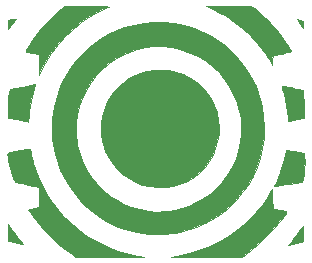
<source format=gbr>
G04 #@! TF.GenerationSoftware,KiCad,Pcbnew,5.1.5+dfsg1-2build2*
G04 #@! TF.CreationDate,2021-05-24T09:01:55+02:00*
G04 #@! TF.ProjectId,gopher-pin-v3-drawing,676f7068-6572-42d7-9069-6e2d76332d64,rev?*
G04 #@! TF.SameCoordinates,Original*
G04 #@! TF.FileFunction,Copper,L2,Bot*
G04 #@! TF.FilePolarity,Positive*
%FSLAX46Y46*%
G04 Gerber Fmt 4.6, Leading zero omitted, Abs format (unit mm)*
G04 Created by KiCad (PCBNEW 5.1.5+dfsg1-2build2) date 2021-05-24 09:01:55*
%MOMM*%
%LPD*%
G04 APERTURE LIST*
%ADD10C,0.010000*%
G04 APERTURE END LIST*
D10*
G36*
X-47332878Y36934398D02*
G01*
X-47328666Y36922942D01*
X-47317125Y36822283D01*
X-47285302Y36657326D01*
X-47237401Y36444824D01*
X-47177625Y36201528D01*
X-47110177Y35944191D01*
X-47039262Y35689563D01*
X-46969081Y35454398D01*
X-46928263Y35327166D01*
X-46586447Y34428997D01*
X-46173487Y33573551D01*
X-45693073Y32763949D01*
X-45148896Y32003311D01*
X-44544645Y31294758D01*
X-43884010Y30641409D01*
X-43170682Y30046386D01*
X-42408350Y29512809D01*
X-41600704Y29043797D01*
X-40751434Y28642472D01*
X-39864231Y28311954D01*
X-38942783Y28055363D01*
X-38144381Y27899142D01*
X-37655500Y27821511D01*
X-40579205Y27817255D01*
X-43502909Y27813000D01*
X-43796538Y28009565D01*
X-44534259Y28548713D01*
X-45248163Y29159934D01*
X-45926471Y29831494D01*
X-46557404Y30551660D01*
X-47129181Y31308698D01*
X-47175013Y31374860D01*
X-47285012Y31536363D01*
X-47374777Y31671167D01*
X-47434813Y31764806D01*
X-47455666Y31802537D01*
X-47416772Y31817463D01*
X-47311509Y31842602D01*
X-47157007Y31874155D01*
X-47011167Y31901158D01*
X-46566667Y31980128D01*
X-46566667Y33727373D01*
X-47508583Y33909065D01*
X-47785285Y33963134D01*
X-48038133Y34013849D01*
X-48253847Y34058444D01*
X-48419148Y34094149D01*
X-48520755Y34118196D01*
X-48542689Y34124667D01*
X-48585671Y34154557D01*
X-48630028Y34219549D01*
X-48681058Y34331250D01*
X-48744057Y34501266D01*
X-48824323Y34741202D01*
X-48824866Y34742872D01*
X-48917513Y35042234D01*
X-49004966Y35351632D01*
X-49083456Y35655191D01*
X-49149214Y35937034D01*
X-49198470Y36181287D01*
X-49227456Y36372074D01*
X-49233667Y36464680D01*
X-49231088Y36565224D01*
X-49224722Y36617548D01*
X-49223083Y36619597D01*
X-49180335Y36627626D01*
X-49066323Y36649436D01*
X-48892913Y36682749D01*
X-48671970Y36725281D01*
X-48415358Y36774753D01*
X-48270583Y36802692D01*
X-47959442Y36861874D01*
X-47722177Y36904640D01*
X-47549838Y36932133D01*
X-47433475Y36945495D01*
X-47364139Y36945869D01*
X-47332878Y36934398D01*
G37*
X-47332878Y36934398D02*
X-47328666Y36922942D01*
X-47317125Y36822283D01*
X-47285302Y36657326D01*
X-47237401Y36444824D01*
X-47177625Y36201528D01*
X-47110177Y35944191D01*
X-47039262Y35689563D01*
X-46969081Y35454398D01*
X-46928263Y35327166D01*
X-46586447Y34428997D01*
X-46173487Y33573551D01*
X-45693073Y32763949D01*
X-45148896Y32003311D01*
X-44544645Y31294758D01*
X-43884010Y30641409D01*
X-43170682Y30046386D01*
X-42408350Y29512809D01*
X-41600704Y29043797D01*
X-40751434Y28642472D01*
X-39864231Y28311954D01*
X-38942783Y28055363D01*
X-38144381Y27899142D01*
X-37655500Y27821511D01*
X-40579205Y27817255D01*
X-43502909Y27813000D01*
X-43796538Y28009565D01*
X-44534259Y28548713D01*
X-45248163Y29159934D01*
X-45926471Y29831494D01*
X-46557404Y30551660D01*
X-47129181Y31308698D01*
X-47175013Y31374860D01*
X-47285012Y31536363D01*
X-47374777Y31671167D01*
X-47434813Y31764806D01*
X-47455666Y31802537D01*
X-47416772Y31817463D01*
X-47311509Y31842602D01*
X-47157007Y31874155D01*
X-47011167Y31901158D01*
X-46566667Y31980128D01*
X-46566667Y33727373D01*
X-47508583Y33909065D01*
X-47785285Y33963134D01*
X-48038133Y34013849D01*
X-48253847Y34058444D01*
X-48419148Y34094149D01*
X-48520755Y34118196D01*
X-48542689Y34124667D01*
X-48585671Y34154557D01*
X-48630028Y34219549D01*
X-48681058Y34331250D01*
X-48744057Y34501266D01*
X-48824323Y34741202D01*
X-48824866Y34742872D01*
X-48917513Y35042234D01*
X-49004966Y35351632D01*
X-49083456Y35655191D01*
X-49149214Y35937034D01*
X-49198470Y36181287D01*
X-49227456Y36372074D01*
X-49233667Y36464680D01*
X-49231088Y36565224D01*
X-49224722Y36617548D01*
X-49223083Y36619597D01*
X-49180335Y36627626D01*
X-49066323Y36649436D01*
X-48892913Y36682749D01*
X-48671970Y36725281D01*
X-48415358Y36774753D01*
X-48270583Y36802692D01*
X-47959442Y36861874D01*
X-47722177Y36904640D01*
X-47549838Y36932133D01*
X-47433475Y36945495D01*
X-47364139Y36945869D01*
X-47332878Y36934398D01*
G36*
X-26797000Y32711624D02*
G01*
X-26796769Y32426797D01*
X-26795237Y32215341D01*
X-26791143Y32065961D01*
X-26783228Y31967360D01*
X-26770230Y31908244D01*
X-26750890Y31877317D01*
X-26723948Y31863282D01*
X-26701750Y31857866D01*
X-26621917Y31843477D01*
X-26479995Y31820681D01*
X-26297732Y31792891D01*
X-26140833Y31769840D01*
X-25947544Y31741047D01*
X-25782864Y31714907D01*
X-25666373Y31694627D01*
X-25620513Y31684609D01*
X-25612238Y31643492D01*
X-25658437Y31542263D01*
X-25759850Y31379361D01*
X-25778099Y31352132D01*
X-26228754Y30737224D01*
X-26747973Y30121873D01*
X-27321028Y29520850D01*
X-27933195Y28948923D01*
X-28569746Y28420859D01*
X-29067387Y28053333D01*
X-29411608Y27813000D01*
X-35369500Y27820508D01*
X-34861500Y27897750D01*
X-33907285Y28084508D01*
X-32983639Y28350056D01*
X-32090026Y28694627D01*
X-31225908Y29118452D01*
X-30390749Y29621762D01*
X-29675666Y30133438D01*
X-29261697Y30479107D01*
X-28831978Y30886108D01*
X-28401850Y31337020D01*
X-27986653Y31814423D01*
X-27601728Y32300896D01*
X-27262416Y32779020D01*
X-27052890Y33111827D01*
X-26797000Y33544634D01*
X-26797000Y32711624D01*
G37*
X-26797000Y32711624D02*
X-26796769Y32426797D01*
X-26795237Y32215341D01*
X-26791143Y32065961D01*
X-26783228Y31967360D01*
X-26770230Y31908244D01*
X-26750890Y31877317D01*
X-26723948Y31863282D01*
X-26701750Y31857866D01*
X-26621917Y31843477D01*
X-26479995Y31820681D01*
X-26297732Y31792891D01*
X-26140833Y31769840D01*
X-25947544Y31741047D01*
X-25782864Y31714907D01*
X-25666373Y31694627D01*
X-25620513Y31684609D01*
X-25612238Y31643492D01*
X-25658437Y31542263D01*
X-25759850Y31379361D01*
X-25778099Y31352132D01*
X-26228754Y30737224D01*
X-26747973Y30121873D01*
X-27321028Y29520850D01*
X-27933195Y28948923D01*
X-28569746Y28420859D01*
X-29067387Y28053333D01*
X-29411608Y27813000D01*
X-35369500Y27820508D01*
X-34861500Y27897750D01*
X-33907285Y28084508D01*
X-32983639Y28350056D01*
X-32090026Y28694627D01*
X-31225908Y29118452D01*
X-30390749Y29621762D01*
X-29675666Y30133438D01*
X-29261697Y30479107D01*
X-28831978Y30886108D01*
X-28401850Y31337020D01*
X-27986653Y31814423D01*
X-27601728Y32300896D01*
X-27262416Y32779020D01*
X-27052890Y33111827D01*
X-26797000Y33544634D01*
X-26797000Y32711624D01*
G36*
X-24181782Y29796966D02*
G01*
X-24178916Y29572975D01*
X-24178781Y29380506D01*
X-24181204Y29234704D01*
X-24186014Y29150714D01*
X-24189311Y29136578D01*
X-24234960Y29120133D01*
X-24348249Y29087405D01*
X-24514616Y29042377D01*
X-24719496Y28989035D01*
X-24844175Y28957382D01*
X-25479793Y28797432D01*
X-25180836Y29141299D01*
X-25035203Y29315353D01*
X-24863350Y29530808D01*
X-24687343Y29759521D01*
X-24537690Y29961637D01*
X-24193500Y30438108D01*
X-24181782Y29796966D01*
G37*
X-24181782Y29796966D02*
X-24178916Y29572975D01*
X-24178781Y29380506D01*
X-24181204Y29234704D01*
X-24186014Y29150714D01*
X-24189311Y29136578D01*
X-24234960Y29120133D01*
X-24348249Y29087405D01*
X-24514616Y29042377D01*
X-24719496Y28989035D01*
X-24844175Y28957382D01*
X-25479793Y28797432D01*
X-25180836Y29141299D01*
X-25035203Y29315353D01*
X-24863350Y29530808D01*
X-24687343Y29759521D01*
X-24537690Y29961637D01*
X-24193500Y30438108D01*
X-24181782Y29796966D01*
G36*
X-48863250Y30106574D02*
G01*
X-48702499Y29884384D01*
X-48519098Y29642689D01*
X-48337583Y29413274D01*
X-48205577Y29254540D01*
X-48083253Y29107858D01*
X-47990644Y28988028D01*
X-47936452Y28906996D01*
X-47929374Y28876705D01*
X-47930410Y28876736D01*
X-47989351Y28887198D01*
X-48114896Y28912348D01*
X-48290921Y28948866D01*
X-48501301Y28993432D01*
X-48598666Y29014319D01*
X-49212500Y29146500D01*
X-49210576Y29326416D01*
X-49209131Y29439499D01*
X-49206632Y29613287D01*
X-49203433Y29823830D01*
X-49199992Y30040867D01*
X-49191333Y30575400D01*
X-48863250Y30106574D01*
G37*
X-48863250Y30106574D02*
X-48702499Y29884384D01*
X-48519098Y29642689D01*
X-48337583Y29413274D01*
X-48205577Y29254540D01*
X-48083253Y29107858D01*
X-47990644Y28988028D01*
X-47936452Y28906996D01*
X-47929374Y28876705D01*
X-47930410Y28876736D01*
X-47989351Y28887198D01*
X-48114896Y28912348D01*
X-48290921Y28948866D01*
X-48501301Y28993432D01*
X-48598666Y29014319D01*
X-49212500Y29146500D01*
X-49210576Y29326416D01*
X-49209131Y29439499D01*
X-49206632Y29613287D01*
X-49203433Y29823830D01*
X-49199992Y30040867D01*
X-49191333Y30575400D01*
X-48863250Y30106574D01*
G36*
X-35956654Y47677444D02*
G01*
X-35109541Y47586491D01*
X-34273863Y47414532D01*
X-33454837Y47161925D01*
X-32657679Y46829030D01*
X-32501686Y46753026D01*
X-31874270Y46412172D01*
X-31301915Y46040123D01*
X-30761695Y45620366D01*
X-30230683Y45136386D01*
X-30158141Y45064918D01*
X-29565988Y44418465D01*
X-29045936Y43728815D01*
X-28599390Y42999363D01*
X-28227756Y42233503D01*
X-27932441Y41434631D01*
X-27714851Y40606139D01*
X-27576390Y39751424D01*
X-27518467Y38873878D01*
X-27516666Y38687576D01*
X-27557508Y37825696D01*
X-27677770Y36985428D01*
X-27874065Y36170762D01*
X-28143000Y35385686D01*
X-28481185Y34634191D01*
X-28885231Y33920264D01*
X-29351746Y33247895D01*
X-29877340Y32621075D01*
X-30458622Y32043791D01*
X-31092202Y31520033D01*
X-31774690Y31053791D01*
X-32502695Y30649053D01*
X-33272827Y30309809D01*
X-34081694Y30040048D01*
X-34925908Y29843760D01*
X-35052000Y29821473D01*
X-35214134Y29800882D01*
X-35439644Y29781775D01*
X-35710753Y29764756D01*
X-36009687Y29750425D01*
X-36318668Y29739385D01*
X-36619922Y29732239D01*
X-36895673Y29729589D01*
X-37128145Y29732036D01*
X-37299563Y29740184D01*
X-37338000Y29744019D01*
X-38226808Y29885570D01*
X-39062634Y30090252D01*
X-39851723Y30360693D01*
X-40600322Y30699523D01*
X-41314678Y31109371D01*
X-42001035Y31592866D01*
X-42298980Y31832290D01*
X-42908807Y32395392D01*
X-43466393Y33020232D01*
X-43966161Y33697902D01*
X-44402532Y34419493D01*
X-44769928Y35176096D01*
X-45062771Y35958803D01*
X-45212549Y36485564D01*
X-45315152Y36932773D01*
X-45389309Y37345387D01*
X-45438414Y37752214D01*
X-45465863Y38182063D01*
X-45474793Y38650333D01*
X-43411518Y38650333D01*
X-43411012Y38324224D01*
X-43407736Y38066251D01*
X-43400569Y37859902D01*
X-43388387Y37688661D01*
X-43370069Y37536016D01*
X-43344493Y37385453D01*
X-43316120Y37246362D01*
X-43111772Y36485225D01*
X-42834802Y35764311D01*
X-42488018Y35087207D01*
X-42074228Y34457499D01*
X-41596239Y33878774D01*
X-41056859Y33354620D01*
X-40458895Y32888624D01*
X-39805156Y32484373D01*
X-39444475Y32299933D01*
X-38765037Y32020057D01*
X-38056395Y31812362D01*
X-37330912Y31678903D01*
X-36600954Y31621738D01*
X-35878886Y31642924D01*
X-35643556Y31667571D01*
X-35011980Y31770311D01*
X-34425498Y31919449D01*
X-33853229Y32124017D01*
X-33413309Y32319958D01*
X-32746508Y32685927D01*
X-32129485Y33117687D01*
X-31566175Y33609897D01*
X-31060511Y34157214D01*
X-30616426Y34754297D01*
X-30237853Y35395802D01*
X-29928727Y36076388D01*
X-29692981Y36790713D01*
X-29534547Y37533434D01*
X-29524146Y37601959D01*
X-29480939Y38019519D01*
X-29464025Y38481606D01*
X-29472471Y38961035D01*
X-29505344Y39430621D01*
X-29561713Y39863181D01*
X-29610175Y40110153D01*
X-29823244Y40858229D01*
X-30107853Y41567130D01*
X-30460093Y42232766D01*
X-30876053Y42851047D01*
X-31351824Y43417884D01*
X-31883494Y43929187D01*
X-32467154Y44380866D01*
X-33098894Y44768830D01*
X-33774803Y45088990D01*
X-34490970Y45337257D01*
X-34649169Y45380677D01*
X-35398685Y45539506D01*
X-36131322Y45617199D01*
X-36855265Y45613494D01*
X-37578697Y45528129D01*
X-38309803Y45360840D01*
X-38664777Y45251726D01*
X-39378291Y44971532D01*
X-40046895Y44621352D01*
X-40667139Y44205020D01*
X-41235571Y43726369D01*
X-41748742Y43189235D01*
X-42203199Y42597452D01*
X-42595494Y41954854D01*
X-42922174Y41265276D01*
X-43179789Y40532553D01*
X-43291192Y40110833D01*
X-43330334Y39938829D01*
X-43359857Y39790848D01*
X-43381130Y39650262D01*
X-43395523Y39500445D01*
X-43404407Y39324770D01*
X-43409150Y39106608D01*
X-43411124Y38829334D01*
X-43411518Y38650333D01*
X-45474793Y38650333D01*
X-45475049Y38663744D01*
X-45475095Y38713833D01*
X-45457963Y39357888D01*
X-45404176Y39950785D01*
X-45309272Y40519672D01*
X-45168786Y41091700D01*
X-44991361Y41656000D01*
X-44677667Y42441740D01*
X-44290301Y43190969D01*
X-43834079Y43898928D01*
X-43313815Y44560864D01*
X-42734323Y45172018D01*
X-42100417Y45727635D01*
X-41416913Y46222958D01*
X-40688625Y46653232D01*
X-39920367Y47013700D01*
X-39355139Y47224029D01*
X-38514445Y47460684D01*
X-37664323Y47614899D01*
X-36809987Y47687033D01*
X-35956654Y47677444D01*
G37*
X-35956654Y47677444D02*
X-35109541Y47586491D01*
X-34273863Y47414532D01*
X-33454837Y47161925D01*
X-32657679Y46829030D01*
X-32501686Y46753026D01*
X-31874270Y46412172D01*
X-31301915Y46040123D01*
X-30761695Y45620366D01*
X-30230683Y45136386D01*
X-30158141Y45064918D01*
X-29565988Y44418465D01*
X-29045936Y43728815D01*
X-28599390Y42999363D01*
X-28227756Y42233503D01*
X-27932441Y41434631D01*
X-27714851Y40606139D01*
X-27576390Y39751424D01*
X-27518467Y38873878D01*
X-27516666Y38687576D01*
X-27557508Y37825696D01*
X-27677770Y36985428D01*
X-27874065Y36170762D01*
X-28143000Y35385686D01*
X-28481185Y34634191D01*
X-28885231Y33920264D01*
X-29351746Y33247895D01*
X-29877340Y32621075D01*
X-30458622Y32043791D01*
X-31092202Y31520033D01*
X-31774690Y31053791D01*
X-32502695Y30649053D01*
X-33272827Y30309809D01*
X-34081694Y30040048D01*
X-34925908Y29843760D01*
X-35052000Y29821473D01*
X-35214134Y29800882D01*
X-35439644Y29781775D01*
X-35710753Y29764756D01*
X-36009687Y29750425D01*
X-36318668Y29739385D01*
X-36619922Y29732239D01*
X-36895673Y29729589D01*
X-37128145Y29732036D01*
X-37299563Y29740184D01*
X-37338000Y29744019D01*
X-38226808Y29885570D01*
X-39062634Y30090252D01*
X-39851723Y30360693D01*
X-40600322Y30699523D01*
X-41314678Y31109371D01*
X-42001035Y31592866D01*
X-42298980Y31832290D01*
X-42908807Y32395392D01*
X-43466393Y33020232D01*
X-43966161Y33697902D01*
X-44402532Y34419493D01*
X-44769928Y35176096D01*
X-45062771Y35958803D01*
X-45212549Y36485564D01*
X-45315152Y36932773D01*
X-45389309Y37345387D01*
X-45438414Y37752214D01*
X-45465863Y38182063D01*
X-45474793Y38650333D01*
X-43411518Y38650333D01*
X-43411012Y38324224D01*
X-43407736Y38066251D01*
X-43400569Y37859902D01*
X-43388387Y37688661D01*
X-43370069Y37536016D01*
X-43344493Y37385453D01*
X-43316120Y37246362D01*
X-43111772Y36485225D01*
X-42834802Y35764311D01*
X-42488018Y35087207D01*
X-42074228Y34457499D01*
X-41596239Y33878774D01*
X-41056859Y33354620D01*
X-40458895Y32888624D01*
X-39805156Y32484373D01*
X-39444475Y32299933D01*
X-38765037Y32020057D01*
X-38056395Y31812362D01*
X-37330912Y31678903D01*
X-36600954Y31621738D01*
X-35878886Y31642924D01*
X-35643556Y31667571D01*
X-35011980Y31770311D01*
X-34425498Y31919449D01*
X-33853229Y32124017D01*
X-33413309Y32319958D01*
X-32746508Y32685927D01*
X-32129485Y33117687D01*
X-31566175Y33609897D01*
X-31060511Y34157214D01*
X-30616426Y34754297D01*
X-30237853Y35395802D01*
X-29928727Y36076388D01*
X-29692981Y36790713D01*
X-29534547Y37533434D01*
X-29524146Y37601959D01*
X-29480939Y38019519D01*
X-29464025Y38481606D01*
X-29472471Y38961035D01*
X-29505344Y39430621D01*
X-29561713Y39863181D01*
X-29610175Y40110153D01*
X-29823244Y40858229D01*
X-30107853Y41567130D01*
X-30460093Y42232766D01*
X-30876053Y42851047D01*
X-31351824Y43417884D01*
X-31883494Y43929187D01*
X-32467154Y44380866D01*
X-33098894Y44768830D01*
X-33774803Y45088990D01*
X-34490970Y45337257D01*
X-34649169Y45380677D01*
X-35398685Y45539506D01*
X-36131322Y45617199D01*
X-36855265Y45613494D01*
X-37578697Y45528129D01*
X-38309803Y45360840D01*
X-38664777Y45251726D01*
X-39378291Y44971532D01*
X-40046895Y44621352D01*
X-40667139Y44205020D01*
X-41235571Y43726369D01*
X-41748742Y43189235D01*
X-42203199Y42597452D01*
X-42595494Y41954854D01*
X-42922174Y41265276D01*
X-43179789Y40532553D01*
X-43291192Y40110833D01*
X-43330334Y39938829D01*
X-43359857Y39790848D01*
X-43381130Y39650262D01*
X-43395523Y39500445D01*
X-43404407Y39324770D01*
X-43409150Y39106608D01*
X-43411124Y38829334D01*
X-43411518Y38650333D01*
X-45474793Y38650333D01*
X-45475049Y38663744D01*
X-45475095Y38713833D01*
X-45457963Y39357888D01*
X-45404176Y39950785D01*
X-45309272Y40519672D01*
X-45168786Y41091700D01*
X-44991361Y41656000D01*
X-44677667Y42441740D01*
X-44290301Y43190969D01*
X-43834079Y43898928D01*
X-43313815Y44560864D01*
X-42734323Y45172018D01*
X-42100417Y45727635D01*
X-41416913Y46222958D01*
X-40688625Y46653232D01*
X-39920367Y47013700D01*
X-39355139Y47224029D01*
X-38514445Y47460684D01*
X-37664323Y47614899D01*
X-36809987Y47687033D01*
X-35956654Y47677444D01*
G36*
X-25584580Y36824946D02*
G01*
X-25471297Y36811726D01*
X-25306427Y36788213D01*
X-25105809Y36756944D01*
X-24885280Y36720454D01*
X-24660676Y36681280D01*
X-24447836Y36641958D01*
X-24288750Y36610468D01*
X-24087666Y36568984D01*
X-24087172Y35694075D01*
X-24087507Y35397163D01*
X-24089824Y35169856D01*
X-24095519Y34997095D01*
X-24105988Y34863820D01*
X-24122628Y34754973D01*
X-24146835Y34655493D01*
X-24180006Y34550322D01*
X-24198127Y34497419D01*
X-24309576Y34175672D01*
X-25415705Y33997242D01*
X-25714813Y33948651D01*
X-25988871Y33903481D01*
X-26226005Y33863740D01*
X-26414341Y33831437D01*
X-26542005Y33808581D01*
X-26595916Y33797553D01*
X-26657798Y33788191D01*
X-26670000Y33794873D01*
X-26652820Y33838133D01*
X-26606108Y33941871D01*
X-26537101Y34090300D01*
X-26457401Y34258508D01*
X-26324574Y34560721D01*
X-26185017Y34920250D01*
X-26047472Y35311172D01*
X-25920682Y35707564D01*
X-25813392Y36083501D01*
X-25740472Y36384128D01*
X-25700717Y36562430D01*
X-25665752Y36707471D01*
X-25640182Y36800783D01*
X-25630440Y36825337D01*
X-25584580Y36824946D01*
G37*
X-25584580Y36824946D02*
X-25471297Y36811726D01*
X-25306427Y36788213D01*
X-25105809Y36756944D01*
X-24885280Y36720454D01*
X-24660676Y36681280D01*
X-24447836Y36641958D01*
X-24288750Y36610468D01*
X-24087666Y36568984D01*
X-24087172Y35694075D01*
X-24087507Y35397163D01*
X-24089824Y35169856D01*
X-24095519Y34997095D01*
X-24105988Y34863820D01*
X-24122628Y34754973D01*
X-24146835Y34655493D01*
X-24180006Y34550322D01*
X-24198127Y34497419D01*
X-24309576Y34175672D01*
X-25415705Y33997242D01*
X-25714813Y33948651D01*
X-25988871Y33903481D01*
X-26226005Y33863740D01*
X-26414341Y33831437D01*
X-26542005Y33808581D01*
X-26595916Y33797553D01*
X-26657798Y33788191D01*
X-26670000Y33794873D01*
X-26652820Y33838133D01*
X-26606108Y33941871D01*
X-26537101Y34090300D01*
X-26457401Y34258508D01*
X-26324574Y34560721D01*
X-26185017Y34920250D01*
X-26047472Y35311172D01*
X-25920682Y35707564D01*
X-25813392Y36083501D01*
X-25740472Y36384128D01*
X-25700717Y36562430D01*
X-25665752Y36707471D01*
X-25640182Y36800783D01*
X-25630440Y36825337D01*
X-25584580Y36824946D01*
G36*
X-46972929Y42109624D02*
G01*
X-47073483Y41782134D01*
X-47169766Y41409568D01*
X-47258001Y41012128D01*
X-47334411Y40610010D01*
X-47395220Y40223415D01*
X-47436651Y39872541D01*
X-47454928Y39577586D01*
X-47455472Y39528750D01*
X-47459854Y39386395D01*
X-47471172Y39285410D01*
X-47487000Y39247173D01*
X-47487416Y39247204D01*
X-47537664Y39256718D01*
X-47656237Y39280329D01*
X-47828529Y39315093D01*
X-48039931Y39358069D01*
X-48196500Y39390057D01*
X-48438401Y39439324D01*
X-48662997Y39484610D01*
X-48851919Y39522244D01*
X-48986797Y39548556D01*
X-49032583Y39557105D01*
X-49191333Y39585503D01*
X-49191876Y40462001D01*
X-49190292Y40797804D01*
X-49184476Y41063750D01*
X-49173530Y41274585D01*
X-49156556Y41445053D01*
X-49132657Y41589898D01*
X-49119521Y41650143D01*
X-49079081Y41801703D01*
X-49038873Y41917226D01*
X-49006628Y41975066D01*
X-49002562Y41977581D01*
X-48950410Y41989757D01*
X-48826888Y42015699D01*
X-48643738Y42053031D01*
X-48412705Y42099377D01*
X-48145531Y42152360D01*
X-47916071Y42197457D01*
X-46873643Y42401537D01*
X-46972929Y42109624D01*
G37*
X-46972929Y42109624D02*
X-47073483Y41782134D01*
X-47169766Y41409568D01*
X-47258001Y41012128D01*
X-47334411Y40610010D01*
X-47395220Y40223415D01*
X-47436651Y39872541D01*
X-47454928Y39577586D01*
X-47455472Y39528750D01*
X-47459854Y39386395D01*
X-47471172Y39285410D01*
X-47487000Y39247173D01*
X-47487416Y39247204D01*
X-47537664Y39256718D01*
X-47656237Y39280329D01*
X-47828529Y39315093D01*
X-48039931Y39358069D01*
X-48196500Y39390057D01*
X-48438401Y39439324D01*
X-48662997Y39484610D01*
X-48851919Y39522244D01*
X-48986797Y39548556D01*
X-49032583Y39557105D01*
X-49191333Y39585503D01*
X-49191876Y40462001D01*
X-49190292Y40797804D01*
X-49184476Y41063750D01*
X-49173530Y41274585D01*
X-49156556Y41445053D01*
X-49132657Y41589898D01*
X-49119521Y41650143D01*
X-49079081Y41801703D01*
X-49038873Y41917226D01*
X-49006628Y41975066D01*
X-49002562Y41977581D01*
X-48950410Y41989757D01*
X-48826888Y42015699D01*
X-48643738Y42053031D01*
X-48412705Y42099377D01*
X-48145531Y42152360D01*
X-47916071Y42197457D01*
X-46873643Y42401537D01*
X-46972929Y42109624D01*
G36*
X-25978142Y42272190D02*
G01*
X-25865940Y42253778D01*
X-25700199Y42223315D01*
X-25495514Y42183787D01*
X-25266477Y42138181D01*
X-25027684Y42089483D01*
X-24793728Y42040681D01*
X-24579202Y41994759D01*
X-24398700Y41954706D01*
X-24266816Y41923506D01*
X-24198144Y41904148D01*
X-24191980Y41901026D01*
X-24188402Y41857220D01*
X-24184205Y41739677D01*
X-24179631Y41559325D01*
X-24174925Y41327088D01*
X-24170329Y41053894D01*
X-24166086Y40750668D01*
X-24165677Y40717975D01*
X-24151166Y39547117D01*
X-24722666Y39436180D01*
X-24939661Y39393918D01*
X-25132791Y39356043D01*
X-25283719Y39326169D01*
X-25374111Y39307912D01*
X-25384483Y39305720D01*
X-25430404Y39302011D01*
X-25459983Y39325988D01*
X-25479491Y39393868D01*
X-25495198Y39521870D01*
X-25503618Y39613848D01*
X-25562690Y40146427D01*
X-25644923Y40682301D01*
X-25745872Y41198148D01*
X-25861096Y41670645D01*
X-25955607Y41986787D01*
X-25997262Y42125204D01*
X-26021144Y42229177D01*
X-26022212Y42275565D01*
X-25978142Y42272190D01*
G37*
X-25978142Y42272190D02*
X-25865940Y42253778D01*
X-25700199Y42223315D01*
X-25495514Y42183787D01*
X-25266477Y42138181D01*
X-25027684Y42089483D01*
X-24793728Y42040681D01*
X-24579202Y41994759D01*
X-24398700Y41954706D01*
X-24266816Y41923506D01*
X-24198144Y41904148D01*
X-24191980Y41901026D01*
X-24188402Y41857220D01*
X-24184205Y41739677D01*
X-24179631Y41559325D01*
X-24174925Y41327088D01*
X-24170329Y41053894D01*
X-24166086Y40750668D01*
X-24165677Y40717975D01*
X-24151166Y39547117D01*
X-24722666Y39436180D01*
X-24939661Y39393918D01*
X-25132791Y39356043D01*
X-25283719Y39326169D01*
X-25374111Y39307912D01*
X-25384483Y39305720D01*
X-25430404Y39302011D01*
X-25459983Y39325988D01*
X-25479491Y39393868D01*
X-25495198Y39521870D01*
X-25503618Y39613848D01*
X-25562690Y40146427D01*
X-25644923Y40682301D01*
X-25745872Y41198148D01*
X-25861096Y41670645D01*
X-25955607Y41986787D01*
X-25997262Y42125204D01*
X-26021144Y42229177D01*
X-26022212Y42275565D01*
X-25978142Y42272190D01*
G36*
X-42996104Y49062969D02*
G01*
X-42576113Y49059057D01*
X-42179341Y49052866D01*
X-41813238Y49044668D01*
X-41485249Y49034730D01*
X-41202822Y49023325D01*
X-40973405Y49010721D01*
X-40804445Y48997188D01*
X-40703389Y48982997D01*
X-40677686Y48968417D01*
X-40683932Y48964732D01*
X-41472124Y48596098D01*
X-42246819Y48152559D01*
X-42994738Y47643875D01*
X-43702596Y47079808D01*
X-44357113Y46470119D01*
X-44926167Y45847107D01*
X-45213590Y45482324D01*
X-45511538Y45064901D01*
X-45802209Y44621986D01*
X-46067800Y44180725D01*
X-46290509Y43768267D01*
X-46294172Y43760962D01*
X-46564906Y43220091D01*
X-46576370Y44076520D01*
X-46587833Y44932950D01*
X-47074666Y45029420D01*
X-47276351Y45069697D01*
X-47454780Y45105899D01*
X-47589264Y45133794D01*
X-47655294Y45148219D01*
X-47692792Y45161478D01*
X-47707653Y45187224D01*
X-47695228Y45238170D01*
X-47650867Y45327029D01*
X-47569921Y45466514D01*
X-47490694Y45598281D01*
X-47061152Y46251172D01*
X-46565618Y46902770D01*
X-46020870Y47533955D01*
X-45443687Y48125610D01*
X-44850844Y48658616D01*
X-44688576Y48791347D01*
X-44347385Y49064333D01*
X-43431867Y49064333D01*
X-42996104Y49062969D01*
G37*
X-42996104Y49062969D02*
X-42576113Y49059057D01*
X-42179341Y49052866D01*
X-41813238Y49044668D01*
X-41485249Y49034730D01*
X-41202822Y49023325D01*
X-40973405Y49010721D01*
X-40804445Y48997188D01*
X-40703389Y48982997D01*
X-40677686Y48968417D01*
X-40683932Y48964732D01*
X-41472124Y48596098D01*
X-42246819Y48152559D01*
X-42994738Y47643875D01*
X-43702596Y47079808D01*
X-44357113Y46470119D01*
X-44926167Y45847107D01*
X-45213590Y45482324D01*
X-45511538Y45064901D01*
X-45802209Y44621986D01*
X-46067800Y44180725D01*
X-46290509Y43768267D01*
X-46294172Y43760962D01*
X-46564906Y43220091D01*
X-46576370Y44076520D01*
X-46587833Y44932950D01*
X-47074666Y45029420D01*
X-47276351Y45069697D01*
X-47454780Y45105899D01*
X-47589264Y45133794D01*
X-47655294Y45148219D01*
X-47692792Y45161478D01*
X-47707653Y45187224D01*
X-47695228Y45238170D01*
X-47650867Y45327029D01*
X-47569921Y45466514D01*
X-47490694Y45598281D01*
X-47061152Y46251172D01*
X-46565618Y46902770D01*
X-46020870Y47533955D01*
X-45443687Y48125610D01*
X-44850844Y48658616D01*
X-44688576Y48791347D01*
X-44347385Y49064333D01*
X-43431867Y49064333D01*
X-42996104Y49062969D01*
G36*
X-28235204Y48783551D02*
G01*
X-28019722Y48603665D01*
X-27765547Y48373311D01*
X-27487607Y48107542D01*
X-27200829Y47821414D01*
X-26920141Y47529981D01*
X-26660469Y47248297D01*
X-26436743Y46991417D01*
X-26336216Y46868422D01*
X-26162385Y46643272D01*
X-25986019Y46404087D01*
X-25813759Y46161029D01*
X-25652246Y45924258D01*
X-25508121Y45703935D01*
X-25388023Y45510223D01*
X-25298594Y45353281D01*
X-25246474Y45243272D01*
X-25238304Y45190356D01*
X-25239021Y45189534D01*
X-25284459Y45175517D01*
X-25399564Y45147781D01*
X-25571003Y45109318D01*
X-25785443Y45063120D01*
X-26025937Y45012924D01*
X-26794241Y44854926D01*
X-26807859Y44430213D01*
X-26814312Y44258376D01*
X-26820997Y44129315D01*
X-26826999Y44058390D01*
X-26830405Y44052055D01*
X-26861386Y44125837D01*
X-26932589Y44255027D01*
X-27035291Y44425950D01*
X-27160769Y44624930D01*
X-27300299Y44838289D01*
X-27445159Y45052351D01*
X-27586626Y45253440D01*
X-27664749Y45360166D01*
X-28199062Y46026811D01*
X-28764193Y46630714D01*
X-29374671Y47185477D01*
X-30045026Y47704702D01*
X-30507489Y48021562D01*
X-30736600Y48164921D01*
X-31003425Y48321023D01*
X-31288880Y48479686D01*
X-31573879Y48630724D01*
X-31839336Y48763954D01*
X-32066167Y48869191D01*
X-32194500Y48921779D01*
X-32406166Y49000833D01*
X-31898166Y49026843D01*
X-31727449Y49033503D01*
X-31487319Y49039906D01*
X-31193033Y49045799D01*
X-30859847Y49050926D01*
X-30503014Y49055034D01*
X-30137791Y49057870D01*
X-29992037Y49058593D01*
X-28593907Y49064333D01*
X-28235204Y48783551D01*
G37*
X-28235204Y48783551D02*
X-28019722Y48603665D01*
X-27765547Y48373311D01*
X-27487607Y48107542D01*
X-27200829Y47821414D01*
X-26920141Y47529981D01*
X-26660469Y47248297D01*
X-26436743Y46991417D01*
X-26336216Y46868422D01*
X-26162385Y46643272D01*
X-25986019Y46404087D01*
X-25813759Y46161029D01*
X-25652246Y45924258D01*
X-25508121Y45703935D01*
X-25388023Y45510223D01*
X-25298594Y45353281D01*
X-25246474Y45243272D01*
X-25238304Y45190356D01*
X-25239021Y45189534D01*
X-25284459Y45175517D01*
X-25399564Y45147781D01*
X-25571003Y45109318D01*
X-25785443Y45063120D01*
X-26025937Y45012924D01*
X-26794241Y44854926D01*
X-26807859Y44430213D01*
X-26814312Y44258376D01*
X-26820997Y44129315D01*
X-26826999Y44058390D01*
X-26830405Y44052055D01*
X-26861386Y44125837D01*
X-26932589Y44255027D01*
X-27035291Y44425950D01*
X-27160769Y44624930D01*
X-27300299Y44838289D01*
X-27445159Y45052351D01*
X-27586626Y45253440D01*
X-27664749Y45360166D01*
X-28199062Y46026811D01*
X-28764193Y46630714D01*
X-29374671Y47185477D01*
X-30045026Y47704702D01*
X-30507489Y48021562D01*
X-30736600Y48164921D01*
X-31003425Y48321023D01*
X-31288880Y48479686D01*
X-31573879Y48630724D01*
X-31839336Y48763954D01*
X-32066167Y48869191D01*
X-32194500Y48921779D01*
X-32406166Y49000833D01*
X-31898166Y49026843D01*
X-31727449Y49033503D01*
X-31487319Y49039906D01*
X-31193033Y49045799D01*
X-30859847Y49050926D01*
X-30503014Y49055034D01*
X-30137791Y49057870D01*
X-29992037Y49058593D01*
X-28593907Y49064333D01*
X-28235204Y48783551D01*
G36*
X-48555357Y47940738D02*
G01*
X-48585322Y47884981D01*
X-48642970Y47815500D01*
X-48699595Y47744483D01*
X-48789758Y47624583D01*
X-48898277Y47476158D01*
X-48955921Y47395864D01*
X-49194830Y47060894D01*
X-49182498Y47436816D01*
X-49170166Y47812739D01*
X-48843242Y47903452D01*
X-48676827Y47946684D01*
X-48583362Y47960209D01*
X-48555357Y47940738D01*
G37*
X-48555357Y47940738D02*
X-48585322Y47884981D01*
X-48642970Y47815500D01*
X-48699595Y47744483D01*
X-48789758Y47624583D01*
X-48898277Y47476158D01*
X-48955921Y47395864D01*
X-49194830Y47060894D01*
X-49182498Y47436816D01*
X-49170166Y47812739D01*
X-48843242Y47903452D01*
X-48676827Y47946684D01*
X-48583362Y47960209D01*
X-48555357Y47940738D01*
G36*
X-24445321Y47843425D02*
G01*
X-24172333Y47778108D01*
X-24172333Y47468721D01*
X-24173661Y47319194D01*
X-24177168Y47209534D01*
X-24182136Y47160658D01*
X-24182916Y47159857D01*
X-24210518Y47191755D01*
X-24266039Y47270423D01*
X-24284099Y47297441D01*
X-24357500Y47405061D01*
X-24457421Y47547320D01*
X-24546504Y47671621D01*
X-24718310Y47908742D01*
X-24445321Y47843425D01*
G37*
X-24445321Y47843425D02*
X-24172333Y47778108D01*
X-24172333Y47468721D01*
X-24173661Y47319194D01*
X-24177168Y47209534D01*
X-24182136Y47160658D01*
X-24182916Y47159857D01*
X-24210518Y47191755D01*
X-24266039Y47270423D01*
X-24284099Y47297441D01*
X-24357500Y47405061D01*
X-24457421Y47547320D01*
X-24546504Y47671621D01*
X-24718310Y47908742D01*
X-24445321Y47843425D01*
G36*
X-35540292Y43593267D02*
G01*
X-34931189Y43460415D01*
X-34346405Y43251910D01*
X-34184166Y43177907D01*
X-33638284Y42871595D01*
X-33134154Y42499745D01*
X-32679982Y42070864D01*
X-32283973Y41593461D01*
X-31954335Y41076044D01*
X-31750474Y40654692D01*
X-31535457Y40039500D01*
X-31401454Y39418407D01*
X-31346119Y38797661D01*
X-31367105Y38183511D01*
X-31462064Y37582205D01*
X-31628650Y36999990D01*
X-31864515Y36443114D01*
X-32167314Y35917826D01*
X-32534698Y35430373D01*
X-32964321Y34987003D01*
X-33453837Y34593964D01*
X-34000897Y34257505D01*
X-34189317Y34162042D01*
X-34703062Y33954734D01*
X-35259868Y33802176D01*
X-35834190Y33709503D01*
X-36400480Y33681851D01*
X-36554833Y33686494D01*
X-37208039Y33759163D01*
X-37832826Y33911267D01*
X-38426269Y34141505D01*
X-38985439Y34448574D01*
X-39507408Y34831171D01*
X-39865206Y35159350D01*
X-40296988Y35650865D01*
X-40656733Y36186377D01*
X-40945185Y36767186D01*
X-41163090Y37394594D01*
X-41179042Y37452555D01*
X-41218930Y37607044D01*
X-41248068Y37742705D01*
X-41268121Y37877692D01*
X-41280753Y38030155D01*
X-41287629Y38218246D01*
X-41290412Y38460118D01*
X-41290818Y38671500D01*
X-41289910Y38961898D01*
X-41286078Y39185792D01*
X-41277656Y39361331D01*
X-41262980Y39506667D01*
X-41240385Y39639954D01*
X-41208208Y39779341D01*
X-41179042Y39890444D01*
X-40971865Y40504491D01*
X-40693397Y41083163D01*
X-40349157Y41619568D01*
X-39944666Y42106816D01*
X-39485444Y42538013D01*
X-38977010Y42906269D01*
X-38586833Y43126923D01*
X-38012032Y43370538D01*
X-37409584Y43539099D01*
X-36789883Y43632488D01*
X-36163321Y43650584D01*
X-35540292Y43593267D01*
G37*
X-35540292Y43593267D02*
X-34931189Y43460415D01*
X-34346405Y43251910D01*
X-34184166Y43177907D01*
X-33638284Y42871595D01*
X-33134154Y42499745D01*
X-32679982Y42070864D01*
X-32283973Y41593461D01*
X-31954335Y41076044D01*
X-31750474Y40654692D01*
X-31535457Y40039500D01*
X-31401454Y39418407D01*
X-31346119Y38797661D01*
X-31367105Y38183511D01*
X-31462064Y37582205D01*
X-31628650Y36999990D01*
X-31864515Y36443114D01*
X-32167314Y35917826D01*
X-32534698Y35430373D01*
X-32964321Y34987003D01*
X-33453837Y34593964D01*
X-34000897Y34257505D01*
X-34189317Y34162042D01*
X-34703062Y33954734D01*
X-35259868Y33802176D01*
X-35834190Y33709503D01*
X-36400480Y33681851D01*
X-36554833Y33686494D01*
X-37208039Y33759163D01*
X-37832826Y33911267D01*
X-38426269Y34141505D01*
X-38985439Y34448574D01*
X-39507408Y34831171D01*
X-39865206Y35159350D01*
X-40296988Y35650865D01*
X-40656733Y36186377D01*
X-40945185Y36767186D01*
X-41163090Y37394594D01*
X-41179042Y37452555D01*
X-41218930Y37607044D01*
X-41248068Y37742705D01*
X-41268121Y37877692D01*
X-41280753Y38030155D01*
X-41287629Y38218246D01*
X-41290412Y38460118D01*
X-41290818Y38671500D01*
X-41289910Y38961898D01*
X-41286078Y39185792D01*
X-41277656Y39361331D01*
X-41262980Y39506667D01*
X-41240385Y39639954D01*
X-41208208Y39779341D01*
X-41179042Y39890444D01*
X-40971865Y40504491D01*
X-40693397Y41083163D01*
X-40349157Y41619568D01*
X-39944666Y42106816D01*
X-39485444Y42538013D01*
X-38977010Y42906269D01*
X-38586833Y43126923D01*
X-38012032Y43370538D01*
X-37409584Y43539099D01*
X-36789883Y43632488D01*
X-36163321Y43650584D01*
X-35540292Y43593267D01*
M02*

</source>
